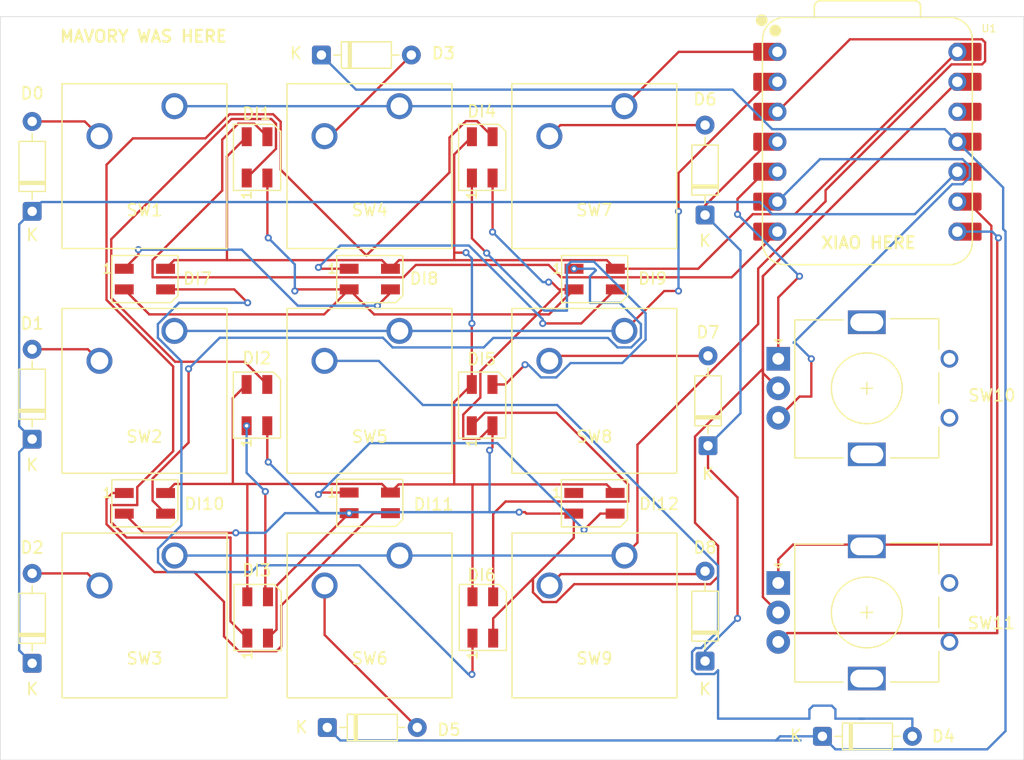
<source format=kicad_pcb>
(kicad_pcb (version 20241229) (generator "pcbnew") (generator_version "9.0")
  (layers (0 "F.Cu" signal) (2 "B.Cu" signal) (13 "F.Paste" user) (15 "B.Paste" user) (5 "F.SilkS" user "F.Silkscreen") (7 "B.SilkS" user "B.Silkscreen") (1 "F.Mask" user) (3 "B.Mask" user) (25 "Edge.Cuts" user))
  (net 0 "")
  (net 1 "Net-(D1-A)")
  (net 2 "SL2")
  (net 3 "Net-(D2-A)")
  (net 4 "Net-(D3-A)")
  (net 5 "Net-(D4-A)")
  (net 6 "+5V")
  (net 7 "Net-(D6-A)")
  (net 8 "Net-(D7-A)")
  (net 9 "Net-(D8-A)")
  (net 10 "SL1")
  (net 11 "led1")
  (net 12 "RA1")
  (net 13 "RA2")
  (net 14 "RA3")
  (net 15 "PIN B1")
  (net 16 "PIN A1")
  (net 17 "PIN A2")
  (net 18 "PIN B2")
  (net 19 "GND")
  (net 22 "Net-(D0-A)")
  (net 23 "Net-(D5-A)")
  (net 24 "SL3")
  (net 25 "Net-(DI1-DOUT)")
  (net 26 "Net-(DI2-DOUT)")
  (net 27 "Net-(DI3-DOUT)")
  (net 28 "Net-(DI4-DOUT)")
  (net 29 "Net-(DI5-DOUT)")
  (net 30 "Net-(DI6-DOUT)")
  (net 31 "Net-(DI7-DOUT)")
  (net 32 "Net-(DI8-DOUT)")
  (net 33 "Net-(DI10-DIN)")
  (net 34 "Net-(DI10-DOUT)")
  (net 35 "Net-(DI11-DOUT)")
  (footprint "Button_Switch_Keyboard:SW_Cherry_MX_1.00u_PCB" (layer "F.Cu") (at 107.05 64.585)
    (property "Reference" "SW1")
    (property "Value" "SW_Push" (hide yes))
  )
  (footprint "Button_Switch_Keyboard:SW_Cherry_MX_1.00u_PCB" (layer "F.Cu") (at 126.112 83.6345)
    (property "Reference" "SW5")
    (property "Value" "SW_Push" (hide yes))
  )
  (footprint "Diode_THT:D_DO-35_SOD27_P7.62mm_Horizontal" (layer "F.Cu") (at 152 111.62 90)
    (property "Reference" "D8")
    (property "Value" "1N4148" (hide yes))
  )
  (footprint "Rotary_Encoder:RotaryEncoder_Alps_EC11E_Vertical_H20mm" (layer "F.Cu") (at 158.2 86)
    (property "Reference" "SW10")
    (property "Value" "RotaryEncoder")
  )
  (footprint "Diode_THT:D_DO-35_SOD27_P7.62mm_Horizontal" (layer "F.Cu") (at 161.94 118)
    (property "Reference" "D4")
    (property "Value" "1N4148" (hide yes))
  )
  (footprint "LED_SMD:LED_SK6812MINI_PLCC4_3.5x3.5mm_P1.75mm" (layer "F.Cu") (at 104.55 79.24)
    (property "Reference" "DI7")
    (property "Value" "SK6812MINI" (hide yes))
  )
  (footprint "Button_Switch_Keyboard:SW_Cherry_MX_1.00u_PCB" (layer "F.Cu") (at 145.161 64.5845)
    (property "Reference" "SW7")
    (property "Value" "SW_Push" (hide yes))
  )
  (footprint "LED_SMD:LED_SK6812MINI_PLCC4_3.5x3.5mm_P1.75mm" (layer "F.Cu") (at 133.115 89.925 90)
    (property "Reference" "DI5")
    (property "Value" "SK6812MINI" (hide yes))
  )
  (footprint "Button_Switch_Keyboard:SW_Cherry_MX_1.00u_PCB" (layer "F.Cu") (at 107.051 83.6345)
    (property "Reference" "SW2")
    (property "Value" "SW_Push" (hide yes))
  )
  (footprint "LED_SMD:LED_SK6812MINI_PLCC4_3.5x3.5mm_P1.75mm" (layer "F.Cu") (at 123.6 79.24)
    (property "Reference" "DI8")
    (property "Value" "SK6812MINI" (hide yes))
  )
  (footprint "Diode_THT:D_DO-35_SOD27_P7.62mm_Horizontal" (layer "F.Cu") (at 120 117.25)
    (property "Reference" "D5")
    (property "Value" "1N4148" (hide yes))
  )
  (footprint "LED_SMD:LED_SK6812MINI_PLCC4_3.5x3.5mm_P1.75mm" (layer "F.Cu") (at 123.6 98.21)
    (property "Reference" "DI11")
    (property "Value" "SK6812MINI" (hide yes))
  )
  (footprint "Diode_THT:D_DO-35_SOD27_P7.62mm_Horizontal" (layer "F.Cu") (at 95 92.81 90)
    (property "Reference" "D1")
    (property "Value" "1N4148" (hide yes))
  )
  (footprint "LED_SMD:LED_SK6812MINI_PLCC4_3.5x3.5mm_P1.75mm" (layer "F.Cu") (at 114.04 89.925 90)
    (property "Reference" "DI2")
    (property "Value" "SK6812MINI" (hide yes))
  )
  (footprint "Rotary_Encoder:RotaryEncoder_Alps_EC11E_Vertical_H20mm" (layer "F.Cu") (at 158.2 105)
    (property "Reference" "SW11")
    (property "Value" "RotaryEncoder")
  )
  (footprint "LED_SMD:LED_SK6812MINI_PLCC4_3.5x3.5mm_P1.75mm" (layer "F.Cu") (at 142.63 98.245)
    (property "Reference" "DI12")
    (property "Value" "SK6812MINI" (hide yes))
  )
  (footprint "Button_Switch_Keyboard:SW_Cherry_MX_1.00u_PCB" (layer "F.Cu") (at 145.172 102.674)
    (property "Reference" "SW9")
    (property "Value" "SW_Push" (hide yes))
  )
  (footprint "Diode_THT:D_DO-35_SOD27_P7.62mm_Horizontal" (layer "F.Cu") (at 152.25 93.37 90)
    (property "Reference" "D7")
    (property "Value" "1N4148" (hide yes))
  )
  (footprint "Diode_THT:D_DO-35_SOD27_P7.62mm_Horizontal" (layer "F.Cu") (at 95 73.5 90)
    (property "Reference" "D0")
    (property "Value" "1N4148" (hide yes))
  )
  (footprint "Diode_THT:D_DO-35_SOD27_P7.62mm_Horizontal" (layer "F.Cu") (at 119.5 60.25)
    (property "Reference" "D3")
    (property "Value" "1N4148" (hide yes))
  )
  (footprint "sdfgfgdfgfd:XIAO-RP2040-DIP" (layer "F.Cu") (at 165.75 67.6)
    (property "Reference" "U1")
    (property "Value" "XIAO-RP2040-DIP")
  )
  (footprint "LED_SMD:LED_SK6812MINI_PLCC4_3.5x3.5mm_P1.75mm" (layer "F.Cu") (at 114.05 68.925 90)
    (property "Reference" "DI1")
    (property "Value" "SK6812MINI" (hide yes))
  )
  (footprint "LED_SMD:LED_SK6812MINI_PLCC4_3.5x3.5mm_P1.75mm" (layer "F.Cu") (at 133.125 68.925 90)
    (property "Reference" "DI4")
    (property "Value" "SK6812MINI" (hide yes))
  )
  (footprint "LED_SMD:LED_SK6812MINI_PLCC4_3.5x3.5mm_P1.75mm" (layer "F.Cu") (at 104.55 98.25)
    (property "Reference" "DI10")
    (property "Value" "SK6812MINI" (hide yes))
  )
  (footprint "Button_Switch_Keyboard:SW_Cherry_MX_1.00u_PCB" (layer "F.Cu") (at 145.162 83.634)
    (property "Reference" "SW8")
    (property "Value" "SW_Push" (hide yes))
  )
  (footprint "LED_SMD:LED_SK6812MINI_PLCC4_3.5x3.5mm_P1.75mm" (layer "F.Cu") (at 114.1 107.925 90)
    (property "Reference" "DI3")
    (property "Value" "SK6812MINI" (hide yes))
  )
  (footprint "Diode_THT:D_DO-35_SOD27_P7.62mm_Horizontal" (layer "F.Cu") (at 95 111.81 90)
    (property "Reference" "D2")
    (property "Value" "1N4148" (hide yes))
  )
  (footprint "Button_Switch_Keyboard:SW_Cherry_MX_1.00u_PCB" (layer "F.Cu") (at 126.122 102.6745)
    (property "Reference" "SW6")
    (property "Value" "SW_Push" (hide yes))
  )
  (footprint "LED_SMD:LED_SK6812MINI_PLCC4_3.5x3.5mm_P1.75mm" (layer "F.Cu") (at 142.65 79.24)
    (property "Reference" "DI9")
    (property "Value" "SK6812MINI" (hide yes))
  )
  (footprint "Diode_THT:D_DO-35_SOD27_P7.62mm_Horizontal" (layer "F.Cu") (at 152 73.81 90)
    (property "Reference" "D6")
    (property "Value" "1N4148" (hide yes))
  )
  (footprint "LED_SMD:LED_SK6812MINI_PLCC4_3.5x3.5mm_P1.75mm" (layer "F.Cu") (at 133.175 107.925 90)
    (property "Reference" "DI6")
    (property "Value" "SK6812MINI" (hide yes))
  )
  (footprint "Button_Switch_Keyboard:SW_Cherry_MX_1.00u_PCB" (layer "F.Cu") (at 107.061 102.6745)
    (property "Reference" "SW3")
    (property "Value" "SW_Push" (hide yes))
  )
  (footprint "Button_Switch_Keyboard:SW_Cherry_MX_1.00u_PCB" (layer "F.Cu") (at 126.111 64.585)
    (property "Reference" "SW4")
    (property "Value" "SW_Push" (hide yes))
  )
  (gr_rect (start 92.3 57) (end 179 120) (stroke (width 0.05)) (fill no) (layer "Edge.Cuts"))
  (gr_text "MAVORY WAS HERE" (at 97.25 59.25 0) (layer "F.SilkS") (effects (font (size 1 1) (thickness 0.2) (bold yes)) (justify left bottom)))
  (gr_text "XIAO HERE" (at 161.75 76.75 0) (layer "F.SilkS") (effects (font (size 1 1) (thickness 0.2) (bold yes)) (justify left bottom)))
  (segment (start 99.7165 85.19) (end 100.701 86.1745) (width 0.2) (layer "F.Cu") (net 1))
  (segment (start 95 85.19) (end 99.7165 85.19) (width 0.2) (layer "F.Cu") (net 1))
  (segment (start 93.899 74.601) (end 95 73.5) (width 0.2) (layer "B.Cu") (net 2))
  (segment (start 169.767 73.743) (end 173.37 70.14) (width 0.2) (layer "B.Cu") (net 2))
  (segment (start 95 111.81) (end 93.899 110.709) (width 0.2) (layer "B.Cu") (net 2))
  (segment (start 93.899 91.709) (end 93.899 74.601) (width 0.2) (layer "B.Cu") (net 2))
  (segment (start 93.899 93.911) (end 95 92.81) (width 0.2) (layer "B.Cu") (net 2))
  (segment (start 95 92.81) (end 93.899 91.709) (width 0.2) (layer "B.Cu") (net 2))
  (segment (start 156.65569 72.709) (end 157.68969 73.743) (width 0.2) (layer "B.Cu") (net 2))
  (segment (start 95 73.5) (end 95.791 72.709) (width 0.2) (layer "B.Cu") (net 2))
  (segment (start 93.899 110.709) (end 93.899 93.911) (width 0.2) (layer "B.Cu") (net 2))
  (segment (start 95.791 72.709) (end 156.65569 72.709) (width 0.2) (layer "B.Cu") (net 2))
  (segment (start 157.68969 73.743) (end 169.767 73.743) (width 0.2) (layer "B.Cu") (net 2))
  (segment (start 95 104.19) (end 99.6865 104.19) (width 0.2) (layer "F.Cu") (net 3))
  (segment (start 99.6865 104.19) (end 100.711 105.2145) (width 0.2) (layer "F.Cu") (net 3))
  (segment (start 120.245 67.125) (end 119.761 67.125) (width 0.2) (layer "F.Cu") (net 4))
  (segment (start 127.12 60.25) (end 120.245 67.125) (width 0.2) (layer "F.Cu") (net 4))
  (segment (start 150.899 110.83484) (end 151.21484 110.519) (width 0.2) (layer "B.Cu") (net 5))
  (segment (start 162.72516 115.399) (end 161.15484 115.399) (width 0.2) (layer "B.Cu") (net 5))
  (segment (start 165.25 116.5) (end 163.041 116.5) (width 0.2) (layer "B.Cu") (net 5))
  (segment (start 151.21484 112.721) (end 150.899 112.40516) (width 0.2) (layer "B.Cu") (net 5))
  (segment (start 169.56 116.5) (end 169.56 118) (width 0.2) (layer "B.Cu") (net 5))
  (segment (start 161.15484 115.399) (end 160.839 115.71484) (width 0.2) (layer "B.Cu") (net 5))
  (segment (start 139.47255 89.9155) (end 128.097816 89.9155) (width 0.2) (layer "B.Cu") (net 5))
  (segment (start 124.356816 86.1745) (end 119.762 86.1745) (width 0.2) (layer "B.Cu") (net 5))
  (segment (start 163.041 115.71484) (end 162.72516 115.399) (width 0.2) (layer "B.Cu") (net 5))
  (segment (start 165.25 116.5) (end 165.5 116.5) (width 0.2) (layer "B.Cu") (net 5))
  (segment (start 153.101 112.40516) (end 152.78516 112.721) (width 0.2) (layer "B.Cu") (net 5))
  (segment (start 163.041 116.5) (end 163.041 115.71484) (width 0.2) (layer "B.Cu") (net 5))
  (segment (start 153.101 109.0819) (end 153.101 103.54395) (width 0.2) (layer "B.Cu") (net 5))
  (segment (start 128.097816 89.9155) (end 124.356816 86.1745) (width 0.2) (layer "B.Cu") (net 5))
  (segment (start 169.56 116.5) (end 165.25 116.5) (width 0.2) (layer "B.Cu") (net 5))
  (segment (start 160.839 115.71484) (end 160.839 116.5) (width 0.2) (layer "B.Cu") (net 5))
  (segment (start 151.6639 110.519) (end 153.101 109.0819) (width 0.2) (layer "B.Cu") (net 5))
  (segment (start 150.899 112.40516) (end 150.899 110.83484) (width 0.2) (layer "B.Cu") (net 5))
  (segment (start 151.21484 110.519) (end 151.6639 110.519) (width 0.2) (layer "B.Cu") (net 5))
  (segment (start 165.25 116.5) (end 165 116.5) (width 0.2) (layer "B.Cu") (net 5))
  (segment (start 153.101 116.5) (end 153.101 112.40516) (width 0.2) (layer "B.Cu") (net 5))
  (segment (start 153.101 103.54395) (end 139.47255 89.9155) (width 0.2) (layer "B.Cu") (net 5))
  (segment (start 152.78516 112.721) (end 151.21484 112.721) (width 0.2) (layer "B.Cu") (net 5))
  (segment (start 160.839 116.5) (end 153.101 116.5) (width 0.2) (layer "B.Cu") (net 5))
  (segment (start 113.175 67.175) (end 111.5 68.85) (width 0.2) (layer "F.Cu") (net 6))
  (segment (start 125.35 78.365) (end 126.076 77.639) (width 0.2) (layer "F.Cu") (net 6))
  (segment (start 131.75 77) (end 130.75 77) (width 0.2) (layer "F.Cu") (net 6))
  (segment (start 132.25 96.644) (end 143.654 96.644) (width 0.2) (layer "F.Cu") (net 6))
  (segment (start 126.076 77.639) (end 130.75 77.639) (width 0.2) (layer "F.Cu") (net 6))
  (segment (start 132.3 96.694) (end 132.25 96.644) (width 0.2) (layer "F.Cu") (net 6))
  (segment (start 113.225 106.175) (end 113.225 96.634) (width 0.2) (layer "F.Cu") (net 6))
  (segment (start 130.75 89.665) (end 130.75 96.644) (width 0.2) (layer "F.Cu") (net 6))
  (segment (start 130.75 68.675) (end 130.75 77) (width 0.2) (layer "F.Cu") (net 6))
  (segment (start 159.607 73.743) (end 173.37 59.98) (width 0.2) (layer "F.Cu") (net 6))
  (segment (start 106.3 97.375) (end 107.066 96.609) (width 0.2) (layer "F.Cu") (net 6))
  (segment (start 112 89.34) (end 112 96.609) (width 0.2) (layer "F.Cu") (net 6))
  (segment (start 125.35 97.335) (end 126.041 96.644) (width 0.2) (layer "F.Cu") (net 6))
  (segment (start 143.674 77.639) (end 144.4 78.365) (width 0.2) (layer "F.Cu") (net 6))
  (segment (start 111.5 77.639) (end 124.624 77.639) (width 0.2) (layer "F.Cu") (net 6))
  (segment (start 113.225 96.634) (end 113.25 96.609) (width 0.2) (layer "F.Cu") (net 6))
  (segment (start 132.3 106.175) (end 132.3 96.694) (width 0.2) (layer "F.Cu") (net 6))
  (segment (start 132.24 83.01) (end 132.25 83) (width 0.2) (layer "F.Cu") (net 6))
  (segment (start 156.039374 73.743) (end 159.607 73.743) (width 0.2) (layer "F.Cu") (net 6))
  (segment (start 132.24 88.175) (end 132.24 83.01) (width 0.2) (layer "F.Cu") (net 6))
  (segment (start 124.624 96.609) (end 125.35 97.335) (width 0.2) (layer "F.Cu") (net 6))
  (segment (start 113.25 96.609) (end 124.624 96.609) (width 0.2) (layer "F.Cu") (net 6))
  (segment (start 144.4 78.365) (end 151.417374 78.365) (width 0.2) (layer "F.Cu") (net 6))
  (segment (start 130.75 96.644) (end 132.25 96.644) (width 0.2) (layer "F.Cu") (net 6))
  (segment (start 124.624 77.639) (end 125.35 78.365) (width 0.2) (layer "F.Cu") (net 6))
  (segment (start 107.066 96.609) (end 112 96.609) (width 0.2) (layer "F.Cu") (net 6))
  (segment (start 130.75 77.639) (end 143.674 77.639) (width 0.2) (layer "F.Cu") (net 6))
  (segment (start 106.3 78.365) (end 107.026 77.639) (width 0.2) (layer "F.Cu") (net 6))
  (segment (start 151.417374 78.365) (end 156.039374 73.743) (width 0.2) (layer "F.Cu") (net 6))
  (segment (start 143.654 96.644) (end 144.38 97.37) (width 0.2) (layer "F.Cu") (net 6))
  (segment (start 112 96.609) (end 113.25 96.609) (width 0.2) (layer "F.Cu") (net 6))
  (segment (start 111.5 68.85) (end 111.5 77.639) (width 0.2) (layer "F.Cu") (net 6))
  (segment (start 132.24 88.175) (end 130.75 89.665) (width 0.2) (layer "F.Cu") (net 6))
  (segment (start 113.165 88.175) (end 112 89.34) (width 0.2) (layer "F.Cu") (net 6))
  (segment (start 107.026 77.639) (end 111.5 77.639) (width 0.2) (layer "F.Cu") (net 6))
  (segment (start 132.25 67.175) (end 130.75 68.675) (width 0.2) (layer "F.Cu") (net 6))
  (segment (start 130.75 77) (end 130.75 77.639) (width 0.2) (layer "F.Cu") (net 6))
  (segment (start 126.041 96.644) (end 130.75 96.644) (width 0.2) (layer "F.Cu") (net 6))
  (via (at 132.25 83) (size 0.6) (drill 0.3) (layers "F.Cu" "B.Cu") (net 6))
  (via (at 131.75 77) (size 0.6) (drill 0.3) (layers "F.Cu" "B.Cu") (net 6))
  (segment (start 132.25 83) (end 132.25 77.5) (width 0.2) (layer "B.Cu") (net 6))
  (segment (start 132.25 77.5) (end 131.75 77) (width 0.2) (layer "B.Cu") (net 6))
  (segment (start 139.7455 66.19) (end 138.811 67.1245) (width 0.2) (layer "F.Cu") (net 7))
  (segment (start 152 66.19) (end 139.7455 66.19) (width 0.2) (layer "F.Cu") (net 7))
  (segment (start 152.25 85.75) (end 139.236 85.75) (width 0.2) (layer "F.Cu") (net 8))
  (segment (start 138.812 86.174) (end 139.486 85.5) (width 0.2) (layer "F.Cu") (net 8))
  (segment (start 139.236 85.75) (end 138.812 86.174) (width 0.2) (layer "F.Cu") (net 8))
  (segment (start 151.75 104.25) (end 139.786 104.25) (width 0.2) (layer "F.Cu") (net 9))
  (segment (start 139.786 104.25) (end 138.822 105.214) (width 0.2) (layer "F.Cu") (net 9))
  (segment (start 152 104) (end 151.75 104.25) (width 0.2) (layer "F.Cu") (net 9))
  (segment (start 119.5 60.25) (end 122.4335 63.1835) (width 0.2) (layer "B.Cu") (net 10))
  (segment (start 154.33619 63.1835) (end 157.68969 66.537) (width 0.2) (layer "B.Cu") (net 10))
  (segment (start 173.37 67.6) (end 177.25 71.48) (width 0.2) (layer "B.Cu") (net 10))
  (segment (start 158 118.351) (end 160.089 118.351) (width 0.2) (layer "B.Cu") (net 10))
  (segment (start 177.25 71.48) (end 177.25 75) (width 0.2) (layer "B.Cu") (net 10))
  (segment (start 157.68969 66.537) (end 172.307 66.537) (width 0.2) (layer "B.Cu") (net 10))
  (segment (start 175.899 119.101) (end 163.041 119.101) (width 0.2) (layer "B.Cu") (net 10))
  (segment (start 172.307 66.537) (end 173.37 67.6) (width 0.2) (layer "B.Cu") (net 10))
  (segment (start 121.101 118.351) (end 158 118.351) (width 0.2) (layer "B.Cu") (net 10))
  (segment (start 177.451 75.201) (end 177.451 117.549) (width 0.2) (layer "B.Cu") (net 10))
  (segment (start 122.4335 63.1835) (end 154.33619 63.1835) (width 0.2) (layer "B.Cu") (net 10))
  (segment (start 158.351 118) (end 161.94 118) (width 0.2) (layer "B.Cu") (net 10))
  (segment (start 120 117.25) (end 121.101 118.351) (width 0.2) (layer "B.Cu") (net 10))
  (segment (start 163.041 119.101) (end 161.94 118) (width 0.2) (layer "B.Cu") (net 10))
  (segment (start 158 118.351) (end 158.351 118) (width 0.2) (layer "B.Cu") (net 10))
  (segment (start 177.451 117.549) (end 175.899 119.101) (width 0.2) (layer "B.Cu") (net 10))
  (segment (start 177.25 75) (end 177.451 75.201) (width 0.2) (layer "B.Cu") (net 10))
  (segment (start 114.925 67.175) (end 113.824 66.074) (width 0.2) (layer "F.Cu") (net 11))
  (segment (start 126.451 79.091) (end 127.502 78.04) (width 0.2) (layer "F.Cu") (net 11))
  (segment (start 139.799 79.091) (end 154.259 79.091) (width 0.2) (layer "F.Cu") (net 11))
  (segment (start 154.259 79.091) (end 158.13 75.22) (width 0.2) (layer "F.Cu") (net 11))
  (segment (start 127.502 78.04) (end 138.748 78.04) (width 0.2) (layer "F.Cu") (net 11))
  (segment (start 105.199 77.639) (end 105.199 79.091) (width 0.2) (layer "F.Cu") (net 11))
  (segment (start 111.099 71.739) (end 105.199 77.639) (width 0.2) (layer "F.Cu") (net 11))
  (segment (start 113.824 66.074) (end 112.449 66.074) (width 0.2) (layer "F.Cu") (net 11))
  (segment (start 112.449 66.074) (end 111.099 67.424) (width 0.2) (layer "F.Cu") (net 11))
  (segment (start 138.748 78.04) (end 139.799 79.091) (width 0.2) (layer "F.Cu") (net 11))
  (segment (start 111.099 67.424) (end 111.099 71.739) (width 0.2) (layer "F.Cu") (net 11))
  (segment (start 105.199 79.091) (end 126.451 79.091) (width 0.2) (layer "F.Cu") (net 11))
  (segment (start 145.161 64.5845) (end 149.7655 59.98) (width 0.2) (layer "F.Cu") (net 12))
  (segment (start 149.7655 59.98) (end 158.13 59.98) (width 0.2) (layer "F.Cu") (net 12))
  (segment (start 145.1605 64.585) (end 145.161 64.5845) (width 0.2) (layer "B.Cu") (net 12))
  (segment (start 126.111 64.585) (end 145.1605 64.585) (width 0.2) (layer "B.Cu") (net 12))
  (segment (start 107.05 64.585) (end 126.111 64.585) (width 0.2) (layer "B.Cu") (net 12))
  (segment (start 149.75 73.5) (end 149.75 70.25) (width 0.2) (layer "F.Cu") (net 13))
  (segment (start 148.546 80.25) (end 149.75 80.25) (width 0.2) (layer "F.Cu") (net 13))
  (segment (start 145.162 83.634) (end 148.546 80.25) (width 0.2) (layer "F.Cu") (net 13))
  (segment (start 157.48 62.52) (end 158.13 62.52) (width 0.2) (layer "F.Cu") (net 13))
  (segment (start 149.75 70.25) (end 157.48 62.52) (width 0.2) (layer "F.Cu") (net 13))
  (via (at 149.75 80.25) (size 0.6) (drill 0.3) (layers "F.Cu" "B.Cu") (net 13))
  (via (at 149.75 73.5) (size 0.6) (drill 0.3) (layers "F.Cu" "B.Cu") (net 13))
  (segment (start 149.75 80.25) (end 149.75 73.5) (width 0.2) (layer "B.Cu") (net 13))
  (segment (start 145.162 83.634) (end 126.1125 83.634) (width 0.2) (layer "B.Cu") (net 13))
  (segment (start 107.051 83.6345) (end 126.112 83.6345) (width 0.2) (layer "B.Cu") (net 13))
  (segment (start 126.1125 83.634) (end 126.112 83.6345) (width 0.2) (layer "B.Cu") (net 13))
  (segment (start 175.460626 58.917) (end 164.273 58.917) (width 0.2) (layer "F.Cu") (net 14))
  (segment (start 146.271999 93.285051) (end 156.498 83.05905) (width 0.2) (layer "F.Cu") (net 14))
  (segment (start 145.172 102.674) (end 146.271999 101.574001) (width 0.2) (layer "F.Cu") (net 14))
  (segment (start 162.20855 72.64476) (end 162.20855 71.70855) (width 0.2) (layer "F.Cu") (net 14))
  (segment (start 156.498 83.05905) (end 156.498 78.35531) (width 0.2) (layer "F.Cu") (net 14))
  (segment (start 156.498 78.35531) (end 162.20855 72.64476) (width 0.2) (layer "F.Cu") (net 14))
  (segment (start 175.722 59.178374) (end 175.460626 58.917) (width 0.2) (layer "F.Cu") (net 14))
  (segment (start 172.8741 61.043) (end 175.460626 61.043) (width 0.2) (layer "F.Cu") (net 14))
  (segment (start 164.273 58.917) (end 158.13 65.06) (width 0.2) (layer "F.Cu") (net 14))
  (segment (start 175.722 60.781626) (end 175.722 59.178374) (width 0.2) (layer "F.Cu") (net 14))
  (segment (start 175.460626 61.043) (end 175.722 60.781626) (width 0.2) (layer "F.Cu") (net 14))
  (segment (start 146.271999 101.574001) (end 146.271999 93.285051) (width 0.2) (layer "F.Cu") (net 14))
  (segment (start 162.20855 71.70855) (end 172.8741 61.043) (width 0.2) (layer "F.Cu") (net 14))
  (segment (start 145.1715 102.6745) (end 145.172 102.674) (width 0.2) (layer "B.Cu") (net 14))
  (segment (start 107.061 102.6745) (end 145.1715 102.6745) (width 0.2) (layer "B.Cu") (net 14))
  (segment (start 161 89.2) (end 160 89.2) (width 0.2) (layer "F.Cu") (net 15))
  (segment (start 161 89.2) (end 161 86) (width 0.2) (layer "F.Cu") (net 15))
  (segment (start 160 89.2) (end 158.2 91) (width 0.2) (layer "F.Cu") (net 15))
  (via (at 161 86) (size 0.6) (drill 0.3) (layers "F.Cu" "B.Cu") (net 15))
  (segment (start 159.63269 84.63269) (end 159.5 84.63269) (width 0.2) (layer "B.Cu") (net 15))
  (segment (start 173.81031 71.203) (end 174.433 70.58031) (width 0.2) (layer "B.Cu") (net 15))
  (segment (start 172.92969 71.203) (end 173.81031 71.203) (width 0.2) (layer "B.Cu") (net 15))
  (segment (start 173.81031 69.077) (end 161.733 69.077) (width 0.2) (layer "B.Cu") (net 15))
  (segment (start 174.433 69.69969) (end 173.81031 69.077) (width 0.2) (layer "B.Cu") (net 15))
  (segment (start 161.733 69.077) (end 158.13 72.68) (width 0.2) (layer "B.Cu") (net 15))
  (segment (start 161 86) (end 159.63269 84.63269) (width 0.2) (layer "B.Cu") (net 15))
  (segment (start 159.5 84.63269) (end 172.92969 71.203) (width 0.2) (layer "B.Cu") (net 15))
  (segment (start 174.433 70.58031) (end 174.433 69.69969) (width 0.2) (layer "B.Cu") (net 15))
  (segment (start 160 79) (end 158.2 80.8) (width 0.2) (layer "F.Cu") (net 16))
  (segment (start 154.75 73.75) (end 154.75 72.44237) (width 0.2) (layer "F.Cu") (net 16))
  (segment (start 154.75 72.44237) (end 157.05237 70.14) (width 0.2) (layer "F.Cu") (net 16))
  (segment (start 157.05237 70.14) (end 158.13 70.14) (width 0.2) (layer "F.Cu") (net 16))
  (segment (start 158.2 80.8) (end 158.2 86) (width 0.2) (layer "F.Cu") (net 16))
  (via (at 160 79) (size 0.6) (drill 0.3) (layers "F.Cu" "B.Cu") (net 16))
  (via (at 154.75 73.75) (size 0.6) (drill 0.3) (layers "F.Cu" "B.Cu") (net 16))
  (segment (start 160 79) (end 154.75 73.75) (width 0.2) (layer "B.Cu") (net 16))
  (segment (start 158.2 103) (end 158.2 105) (width 0.2) (layer "F.Cu") (net 17))
  (segment (start 176.25 101.75) (end 176.25 74.725) (width 0.2) (layer "F.Cu") (net 17))
  (segment (start 159.45 101.75) (end 158.2 103) (width 0.2) (layer "F.Cu") (net 17))
  (segment (start 176.25 74.725) (end 174.205 72.68) (width 0.2) (layer "F.Cu") (net 17))
  (segment (start 159.45 101.75) (end 176.25 101.75) (width 0.2) (layer "F.Cu") (net 17))
  (segment (start 176.75 75.85) (end 176.75 109.25) (width 0.2) (layer "F.Cu") (net 18))
  (segment (start 176.85 75.75) (end 176.75 75.85) (width 0.2) (layer "F.Cu") (net 18))
  (segment (start 158.95 109.25) (end 158.2 110) (width 0.2) (layer "F.Cu") (net 18))
  (segment (start 176.75 109.25) (end 158.95 109.25) (width 0.2) (layer "F.Cu") (net 18))
  (via (at 176.85 75.75) (size 0.6) (drill 0.3) (layers "F.Cu" "B.Cu") (net 18))
  (segment (start 176.32 75.22) (end 173.37 75.22) (width 0.2) (layer "B.Cu") (net 18))
  (segment (start 176.85 75.75) (end 176.32 75.22) (width 0.2) (layer "B.Cu") (net 18))
  (segment (start 132.966 87.049) (end 139.9 80.115) (width 0.2) (layer "F.Cu") (net 19))
  (segment (start 134.05 108.004686) (end 137.421 104.633686) (width 0.2) (layer "F.Cu") (net 19))
  (segment (start 137.421 105.794314) (end 137.421 104.633686) (width 0.2) (layer "F.Cu") (net 19))
  (segment (start 137.421 104.633686) (end 140.88 101.174686) (width 0.2) (layer "F.Cu") (net 19))
  (segment (start 153.101 101.851) (end 153.101 104.45605) (width 0.2) (layer "F.Cu") (net 19))
  (segment (start 115.701 105.234) (end 121.85 99.085) (width 0.2) (layer "F.Cu") (net 19))
  (segment (start 136.87 99.12) (end 140.88 99.12) (width 0.2) (layer "F.Cu") (net 19))
  (segment (start 138.241686 106.615) (end 137.421 105.794314) (width 0.2) (layer "F.Cu") (net 19))
  (segment (start 153.101 104.45605) (end 152.45605 105.101) (width 0.2) (layer "F.Cu") (net 19))
  (segment (start 104.425 100.75) (end 112.25 100.75) (width 0.2) (layer "F.Cu") (net 19))
  (segment (start 123.9685 82.2335) (end 138.7815 82.2335) (width 0.2) (layer "F.Cu") (net 19))
  (segment (start 114.915 94.665) (end 114.915 91.675) (width 0.2) (layer "F.Cu") (net 19))
  (segment (start 115.701 108.949) (end 115.701 105.234) (width 0.2) (layer "F.Cu") (net 19))
  (segment (start 114.925 70.675) (end 114.925 75.675) (width 0.2) (layer "F.Cu") (net 19))
  (segment (start 114.925 75.675) (end 115 75.75) (width 0.2) (layer "F.Cu") (net 19))
  (segment (start 136.75 99) (end 136.87 99.12) (width 0.2) (layer "F.Cu") (net 19))
  (segment (start 156.899 86.83484) (end 151.149 92.58484) (width 0.2) (layer "F.Cu") (net 19))
  (segment (start 136.25 99) (end 136.75 99) (width 0.2) (layer "F.Cu") (net 19))
  (segment (start 133.99 93.51) (end 133.99 91.675) (width 0.2) (layer "F.Cu") (net 19))
  (segment (start 156.899 106.199) (end 158.2 107.5) (width 0.2) (layer "F.Cu") (net 19))
  (segment (start 114.975 109.675) (end 115.701 108.949) (width 0.2) (layer "F.Cu") (net 19))
  (segment (start 132.966 89.276) (end 132.966 87.049) (width 0.2) (layer "F.Cu") (net 19))
  (segment (start 156.899 87.199) (end 158.2 88.5) (width 0.2) (layer "F.Cu") (net 19))
  (segment (start 156.899 90.499) (end 156.899 106.199) (width 0.2) (layer "F.Cu") (net 19))
  (segment (start 133.75 93.75) (end 133.99 93.51) (width 0.2) (layer "F.Cu") (net 19))
  (segment (start 156.899 78.991) (end 156.899 86.83484) (width 0.2) (layer "F.Cu") (net 19))
  (segment (start 117.385 80.115) (end 121.85 80.115) (width 0.2) (layer "F.Cu") (net 19))
  (segment (start 104.9185 82.2335) (end 119.7315 82.2335) (width 0.2) (layer "F.Cu") (net 19))
  (segment (start 139.615 80.115) (end 140.9 80.115) (width 0.2) (layer "F.Cu") (net 19))
  (segment (start 156.899 86.83484) (end 156.899 87.199) (width 0.2) (layer "F.Cu") (net 19))
  (segment (start 139.402314 106.615) (end 138.241686 106.615) (width 0.2) (layer "F.Cu") (net 19))
  (segment (start 121.85 80.115) (end 123.9685 82.2335) (width 0.2) (layer "F.Cu") (net 19))
  (segment (start 131.514 90.728) (end 132.966 89.276) (width 0.2) (layer "F.Cu") (net 19))
  (segment (start 151.149 92.58484) (end 151.149 99.899) (width 0.2) (layer "F.Cu") (net 19))
  (segment (start 102.8 99.125) (end 104.425 100.75) (width 0.2) (layer "F.Cu") (net 19))
  (segment (start 132.889 92.776) (end 131.514 92.776) (width 0.2) (layer "F.Cu") (net 19))
  (segment (start 117.25 80.25) (end 117.385 80.115) (width 0.2) (layer "F.Cu") (net 19))
  (segment (start 134 70.675) (end 134 75.25) (width 0.2) (layer "F.Cu") (net 19))
  (segment (start 115 94.75) (end 114.915 94.665) (width 0.2) (layer "F.Cu") (net 19))
  (segment (start 152.45605 105.101) (end 140.916314 105.101) (width 0.2) (layer "F.Cu") (net 19))
  (segment (start 140.88 101.174686) (end 140.88 99.12) (width 0.2) (layer "F.Cu") (net 19))
  (segment (start 156.899 90.499) (end 156.899 78.991) (width 0.2) (layer "F.Cu") (net 19))
  (segment (start 131.514 92.776) (end 131.514 90.728) (width 0.2) (layer "F.Cu") (net 19))
  (segment (start 139.9 80.115) (end 140.9 80.115) (width 0.2) (layer "F.Cu") (net 19))
  (segment (start 119.7315 82.2335) (end 121.85 80.115) (width 0.2) (layer "F.Cu") (net 19))
  (segment (start 133.99 91.675) (end 132.889 92.776) (width 0.2) (layer "F.Cu") (net 19))
  (segment (start 134.05 109.675) (end 134.05 108.004686) (width 0.2) (layer "F.Cu") (net 19))
  (segment (start 151.149 99.899) (end 153.101 101.851) (width 0.2) (layer "F.Cu") (net 19))
  (segment (start 102.8 80.115) (end 104.9185 82.2335) (width 0.2) (layer "F.Cu") (net 19))
  (segment (start 139 79.5) (end 139.615 80.115) (width 0.2) (layer "F.Cu") (net 19))
  (segment (start 156.899 78.991) (end 173.37 62.52) (width 0.2) (layer "F.Cu") (net 19))
  (segment (start 138.7815 82.2335) (end 140.9 80.115) (width 0.2) (layer "F.Cu") (net 19))
  (segment (start 138.75 79.5) (end 139 79.5) (width 0.2) (layer "F.Cu") (net 19))
  (segment (start 140.916314 105.101) (end 139.402314 106.615) (width 0.2) (layer "F.Cu") (net 19))
  (via (at 112.25 100.75) (size 0.6) (drill 0.3) (layers "F.Cu" "B.Cu") (net 19))
  (via (at 134 75.25) (size 0.6) (drill 0.3) (layers "F.Cu" "B.Cu") (net 19))
  (via (at 133.75 93.75) (size 0.6) (drill 0.3) (layers "F.Cu" "B.Cu") (net 19))
  (via (at 136.25 99) (size 0.6) (drill 0.3) (layers "F.Cu" "B.Cu") (net 19))
  (via (at 115 94.75) (size 0.6) (drill 0.3) (layers "F.Cu" "B.Cu") (net 19))
  (via (at 117.25 80.25) (size 0.6) (drill 0.3) (layers "F.Cu" "B.Cu") (net 19))
  (via (at 121.85 99.085) (size 0.6) (drill 0.3) (layers "F.Cu" "B.Cu") (net 19))
  (via (at 115 75.75) (size 0.6) (drill 0.3) (layers "F.Cu" "B.Cu") (net 19))
  (via (at 138.75 79.5) (size 0.6) (drill 0.3) (layers "F.Cu" "B.Cu") (net 19))
  (segment (start 133.75 99) (end 136.25 99) (width 0.2) (layer "B.Cu") (net 19))
  (segment (start 121.85 99.085) (end 119.335 99.085) (width 0.2) (layer "B.Cu") (net 19))
  (segment (start 116.415 99.085) (end 121.85 99.085) (width 0.2) (layer "B.Cu") (net 19))
  (segment (start 112.25 100.75) (end 114.75 100.75) (width 0.2) (layer "B.Cu") (net 19))
  (segment (start 121.935 99) (end 133.75 99) (width 0.2) (layer "B.Cu") (net 19))
  (segment (start 117.25 78) (end 117.25 80.25) (width 0.2) (layer "B.Cu") (net 19))
  (segment (start 114.75 100.75) (end 116.415 99.085) (width 0.2) (layer "B.Cu") (net 19))
  (segment (start 133.75 99) (end 133.75 93.75) (width 0.2) (layer "B.Cu") (net 19))
  (segment (start 134 75.25) (end 138.25 79.5) (width 0.2) (layer "B.Cu") (net 19))
  (segment (start 119.335 99.085) (end 115 94.75) (width 0.2) (layer "B.Cu") (net 19))
  (segment (start 115 75.75) (end 117.25 78) (width 0.2) (layer "B.Cu") (net 19))
  (segment (start 138.25 79.5) (end 138.75 79.5) (width 0.2) (layer "B.Cu") (net 19))
  (segment (start 121.85 99.085) (end 121.935 99) (width 0.2) (layer "B.Cu") (net 19))
  (segment (start 99.455 65.88) (end 100.7 67.125) (width 0.2) (layer "F.Cu") (net 22))
  (segment (start 95 65.88) (end 99.455 65.88) (width 0.2) (layer "F.Cu") (net 22))
  (segment (start 119.772 109.402) (end 119.772 105.2145) (width 0.2) (layer "F.Cu") (net 23))
  (segment (start 127.62 117.25) (end 119.772 109.402) (width 0.2) (layer "F.Cu") (net 23))
  (segment (start 154.75 108) (end 154.75 97.75) (width 0.2) (layer "F.Cu") (net 24))
  (segment (start 154.75 97.75) (end 152.25 95.25) (width 0.2) (layer "F.Cu") (net 24))
  (segment (start 152.25 95.25) (end 152.25 93.37) (width 0.2) (layer "F.Cu") (net 24))
  (segment (start 152 73.01) (end 157.41 67.6) (width 0.2) (layer "F.Cu") (net 24))
  (segment (start 152 73.81) (end 152 73.01) (width 0.2) (layer "F.Cu") (net 24))
  (segment (start 157.41 67.6) (end 158.13 67.6) (width 0.2) (layer "F.Cu") (net 24))
  (via (at 154.75 108) (size 0.6) (drill 0.3) (layers "F.Cu" "B.Cu") (net 24))
  (segment (start 151.81 73.81) (end 151.75 73.75) (width 0.2) (layer "B.Cu") (net 24))
  (segment (start 155 76.81) (end 152 73.81) (width 0.2) (layer "B.Cu") (net 24))
  (segment (start 152.25 93.37) (end 155 90.62) (width 0.2) (layer "B.Cu") (net 24))
  (segment (start 155 90.62) (end 155 76.81) (width 0.2) (layer "B.Cu") (net 24))
  (segment (start 152 73.81) (end 151.81 73.81) (width 0.2) (layer "B.Cu") (net 24))
  (segment (start 152 110.75) (end 154.75 108) (width 0.2) (layer "B.Cu") (net 24))
  (segment (start 152 111.62) (end 152 110.75) (width 0.2) (layer "B.Cu") (net 24))
  (segment (start 111.88353 65.673) (end 101.699 75.85753) (width 0.2) (layer "F.Cu") (net 25))
  (segment (start 101.699 80.841) (end 107.108 86.25) (width 0.2) (layer "F.Cu") (net 25))
  (segment (start 107.108 86.25) (end 112.99 86.25) (width 0.2) (layer "F.Cu") (net 25))
  (segment (start 115.651 66.074) (end 115.25 65.673) (width 0.2) (layer "F.Cu") (net 25))
  (segment (start 115.651 68.199) (end 115.651 66.074) (width 0.2) (layer "F.Cu") (net 25))
  (segment (start 115.25 65.673) (end 111.88353 65.673) (width 0.2) (layer "F.Cu") (net 25))
  (segment (start 113.175 70.675) (end 115.651 68.199) (width 0.2) (layer "F.Cu") (net 25))
  (segment (start 101.699 75.85753) (end 101.699 80.841) (width 0.2) (layer "F.Cu") (net 25))
  (segment (start 112.99 86.25) (end 114.915 88.175) (width 0.2) (layer "F.Cu") (net 25))
  (segment (start 114.75 105.95) (end 114.75 97.25) (width 0.2) (layer "F.Cu") (net 26))
  (segment (start 114.975 106.175) (end 114.75 105.95) (width 0.2) (layer "F.Cu") (net 26))
  (via (at 113.165 91.675) (size 0.6) (drill 0.3) (layers "F.Cu" "B.Cu") (net 26))
  (via (at 114.75 97.25) (size 0.6) (drill 0.3) (layers "F.Cu" "B.Cu") (net 26))
  (segment (start 113.165 95.665) (end 113.165 91.675) (width 0.2) (layer "B.Cu") (net 26))
  (segment (start 114.75 97.25) (end 113.165 95.665) (width 0.2) (layer "B.Cu") (net 26))
  (segment (start 101.298 81.0071) (end 101.298 69.552184) (width 0.2) (layer "F.Cu") (net 27))
  (segment (start 102.999 101.151) (end 101.699 99.851) (width 0.2) (layer "F.Cu") (net 27))
  (segment (start 130.349 67.249) (end 131.745907 65.852093) (width 0.2) (layer "F.Cu") (net 27))
  (segment (start 116.052 65.9079) (end 116.052 69.975) (width 0.2) (layer "F.Cu") (net 27))
  (segment (start 106.9419 86.651) (end 101.298 81.0071) (width 0.2) (layer "F.Cu") (net 27))
  (segment (start 132.677093 65.852093) (end 134 67.175) (width 0.2) (layer "F.Cu") (net 27))
  (segment (start 101.699 99.851) (end 101.699 98.399) (width 0.2) (layer "F.Cu") (net 27))
  (segment (start 101.298 69.552184) (end 103.536184 67.314) (width 0.2) (layer "F.Cu") (net 27))
  (segment (start 115.4161 65.272) (end 116.052 65.9079) (width 0.2) (layer "F.Cu") (net 27))
  (segment (start 109.67543 67.314) (end 111.71743 65.272) (width 0.2) (layer "F.Cu") (net 27))
  (segment (start 101.699 98.399) (end 103.901 98.399) (width 0.2) (layer "F.Cu") (net 27))
  (segment (start 131.745907 65.852093) (end 132.677093 65.852093) (width 0.2) (layer "F.Cu") (net 27))
  (segment (start 106.9419 93.831) (end 106.9419 86.651) (width 0.2) (layer "F.Cu") (net 27))
  (segment (start 116.052 69.975) (end 123.315 77.238) (width 0.2) (layer "F.Cu") (net 27))
  (segment (start 103.536184 67.314) (end 109.67543 67.314) (width 0.2) (layer "F.Cu") (net 27))
  (segment (start 123.315 77.238) (end 130.349 70.204) (width 0.2) (layer "F.Cu") (net 27))
  (segment (start 103.901 96.8719) (end 106.9419 93.831) (width 0.2) (layer "F.Cu") (net 27))
  (segment (start 111.71743 65.272) (end 115.4161 65.272) (width 0.2) (layer "F.Cu") (net 27))
  (segment (start 111.801057 101.151) (end 102.999 101.151) (width 0.2) (layer "F.Cu") (net 27))
  (segment (start 103.901 98.399) (end 103.901 96.8719) (width 0.2) (layer "F.Cu") (net 27))
  (segment (start 111.801057 108.251057) (end 111.801057 101.151) (width 0.2) (layer "F.Cu") (net 27))
  (segment (start 130.349 70.204) (end 130.349 67.249) (width 0.2) (layer "F.Cu") (net 27))
  (segment (start 113.225 109.675) (end 111.801057 108.251057) (width 0.2) (layer "F.Cu") (net 27))
  (segment (start 132.25 75.789) (end 133.5 77.039) (width 0.2) (layer "F.Cu") (net 28))
  (segment (start 136.75 86.5) (end 135.075 88.175) (width 0.2) (layer "F.Cu") (net 28))
  (segment (start 135.075 88.175) (end 133.99 88.175) (width 0.2) (layer "F.Cu") (net 28))
  (segment (start 132.25 70.675) (end 132.25 75.789) (width 0.2) (layer "F.Cu") (net 28))
  (via (at 136.75 86.5) (size 0.6) (drill 0.3) (layers "F.Cu" "B.Cu") (net 28))
  (via (at 133.5 77.039) (size 0.6) (drill 0.3) (layers "F.Cu" "B.Cu") (net 28))
  (segment (start 133.5 77.039) (end 138.378 81.917) (width 0.2) (layer "B.Cu") (net 28))
  (segment (start 144.981414 86.363) (end 140.604314 86.363) (width 0.2) (layer "B.Cu") (net 28))
  (segment (start 138.378 81.917) (end 140.299 81.917) (width 0.2) (layer "B.Cu") (net 28))
  (segment (start 140.604314 86.363) (end 139.392314 87.575) (width 0.2) (layer "B.Cu") (net 28))
  (segment (start 138.10147 87.575) (end 137.02647 86.5) (width 0.2) (layer "B.Cu") (net 28))
  (segment (start 140.651057 77.764) (end 142.5811 77.764) (width 0.2) (layer "B.Cu") (net 28))
  (segment (start 139.392314 87.575) (end 138.10147 87.575) (width 0.2) (layer "B.Cu") (net 28))
  (segment (start 137.02647 86.5) (end 136.75 86.5) (width 0.2) (layer "B.Cu") (net 28))
  (segment (start 142.5811 77.764) (end 146.964 82.1469) (width 0.2) (layer "B.Cu") (net 28))
  (segment (start 140.299 81.917) (end 140.299 78.116057) (width 0.2) (layer "B.Cu") (net 28))
  (segment (start 140.299 78.116057) (end 140.651057 77.764) (width 0.2) (layer "B.Cu") (net 28))
  (segment (start 146.964 84.380414) (end 144.981414 86.363) (width 0.2) (layer "B.Cu") (net 28))
  (segment (start 146.964 82.1469) (end 146.964 84.380414) (width 0.2) (layer "B.Cu") (net 28))
  (segment (start 134.05 106.175) (end 134.05 99.147) (width 0.2) (layer "F.Cu") (net 29))
  (segment (start 145.481 98.096) (end 145.481 96.644) (width 0.2) (layer "F.Cu") (net 29))
  (segment (start 135.101 98.096) (end 145.481 98.096) (width 0.2) (layer "F.Cu") (net 29))
  (segment (start 133.341 90.574) (end 132.24 91.675) (width 0.2) (layer "F.Cu") (net 29))
  (segment (start 145.481 96.644) (end 139.411 90.574) (width 0.2) (layer "F.Cu") (net 29))
  (segment (start 139.411 90.574) (end 133.341 90.574) (width 0.2) (layer "F.Cu") (net 29))
  (segment (start 134.05 99.147) (end 135.101 98.096) (width 0.2) (layer "F.Cu") (net 29))
  (segment (start 132.25 112.75) (end 132.25 112.5) (width 0.2) (layer "F.Cu") (net 30))
  (segment (start 106.3 80.115) (end 112.115 80.115) (width 0.2) (layer "F.Cu") (net 30))
  (segment (start 132.25 112.5) (end 132.3 112.45) (width 0.2) (layer "F.Cu") (net 30))
  (segment (start 112.115 80.115) (end 113.25 81.25) (width 0.2) (layer "F.Cu") (net 30))
  (segment (start 132.3 112.45) (end 132.3 109.675) (width 0.2) (layer "F.Cu") (net 30))
  (via (at 113.25 81.25) (size 0.6) (drill 0.3) (layers "F.Cu" "B.Cu") (net 30))
  (via (at 132.25 112.75) (size 0.6) (drill 0.3) (layers "F.Cu" "B.Cu") (net 30))
  (segment (start 105.65 83.054186) (end 105.65 84.214814) (width 0.2) (layer "B.Cu") (net 30))
  (segment (start 105.66 102.094186) (end 105.66 103.254814) (width 0.2) (layer "B.Cu") (net 30))
  (segment (start 113.25 81.25) (end 107.454186 81.25) (width 0.2) (layer "B.Cu") (net 30))
  (segment (start 122.70903 103.5) (end 131.95903 112.75) (width 0.2) (layer "B.Cu") (net 30))
  (segment (start 105.65 84.214814) (end 107.641314 86.206128) (width 0.2) (layer "B.Cu") (net 30))
  (segment (start 107.641314 100.112872) (end 105.66 102.094186) (width 0.2) (layer "B.Cu") (net 30))
  (segment (start 105.66 103.254814) (end 106.480686 104.0755) (width 0.2) (layer "B.Cu") (net 30))
  (segment (start 107.641314 86.206128) (end 107.641314 100.112872) (width 0.2) (layer "B.Cu") (net 30))
  (segment (start 106.480686 104.0755) (end 113.574557 104.0755) (width 0.2) (layer "B.Cu") (net 30))
  (segment (start 114.150057 103.5) (end 122.70903 103.5) (width 0.2) (layer "B.Cu") (net 30))
  (segment (start 131.95903 112.75) (end 132.25 112.75) (width 0.2) (layer "B.Cu") (net 30))
  (segment (start 113.574557 104.0755) (end 114.150057 103.5) (width 0.2) (layer "B.Cu") (net 30))
  (segment (start 107.454186 81.25) (end 105.65 83.054186) (width 0.2) (layer "B.Cu") (net 30))
  (segment (start 125.35 80.115) (end 125.35 80.4) (width 0.2) (layer "F.Cu") (net 31))
  (segment (start 104 77.165) (end 102.8 78.365) (width 0.2) (layer "F.Cu") (net 31))
  (segment (start 104 76.75) (end 104 77.165) (width 0.2) (layer "F.Cu") (net 31))
  (segment (start 125.35 80.4) (end 124.25 81.5) (width 0.2) (layer "F.Cu") (net 31))
  (via (at 104 76.75) (size 0.6) (drill 0.3) (layers "F.Cu" "B.Cu") (net 31))
  (via (at 124.25 81.5) (size 0.6) (drill 0.3) (layers "F.Cu" "B.Cu") (net 31))
  (segment (start 124.25 81.5) (end 117.5 81.5) (width 0.2) (layer "B.Cu") (net 31))
  (segment (start 112.75 76.75) (end 104 76.75) (width 0.2) (layer "B.Cu") (net 31))
  (segment (start 117.5 81.5) (end 112.75 76.75) (width 0.2) (layer "B.Cu") (net 31))
  (segment (start 119.25 78.25) (end 119.365 78.365) (width 0.2) (layer "F.Cu") (net 32))
  (segment (start 141.515 83) (end 138.25 83) (width 0.2) (layer "F.Cu") (net 32))
  (segment (start 119.365 78.365) (end 121.85 78.365) (width 0.2) (layer "F.Cu") (net 32))
  (segment (start 144.4 80.115) (end 141.515 83) (width 0.2) (layer "F.Cu") (net 32))
  (via (at 119.25 78.25) (size 0.6) (drill 0.3) (layers "F.Cu" "B.Cu") (net 32))
  (via (at 138.25 83) (size 0.6) (drill 0.3) (layers "F.Cu" "B.Cu") (net 32))
  (segment (start 121.101 76.399) (end 119.25 78.25) (width 0.2) (layer "B.Cu") (net 32))
  (segment (start 131.998943 76.399) (end 121.101 76.399) (width 0.2) (layer "B.Cu") (net 32))
  (segment (start 138.25 82.650057) (end 131.998943 76.399) (width 0.2) (layer "B.Cu") (net 32))
  (segment (start 138.25 83) (end 138.25 82.650057) (width 0.2) (layer "B.Cu") (net 32))
  (segment (start 105.199 96.15) (end 108.25 93.099) (width 0.2) (layer "F.Cu") (net 33))
  (segment (start 106.3 99.125) (end 105.199 98.024) (width 0.2) (layer "F.Cu") (net 33))
  (segment (start 105.199 98.024) (end 105.199 96.15) (width 0.2) (layer "F.Cu") (net 33))
  (segment (start 108.25 93.099) (end 108.25 86.85) (width 0.2) (layer "F.Cu") (net 33))
  (via (at 140.9 78.365) (size 0.6) (drill 0.3) (layers "F.Cu" "B.Cu") (net 33))
  (via (at 108.25 86.85) (size 0.6) (drill 0.3) (layers "F.Cu" "B.Cu") (net 33))
  (segment (start 124.711 84.214814) (end 125.531686 85.0355) (width 0.2) (layer "B.Cu") (net 33))
  (segment (start 142.25 79) (end 142.75 78.5) (width 0.2) (layer "B.Cu") (net 33))
  (segment (start 108.25 86.85) (end 110.885186 84.214814) (width 0.2) (layer "B.Cu") (net 33))
  (segment (start 142.25 81.25) (end 142.25 79) (width 0.2) (layer "B.Cu") (net 33))
  (segment (start 146.563 84.214314) (end 146.563 83.053686) (width 0.2) (layer "B.Cu") (net 33))
  (segment (start 142.75 78.5) (end 142.615 78.365) (width 0.2) (layer "B.Cu") (net 33))
  (segment (start 110.885186 84.214814) (end 124.711 84.214814) (width 0.2) (layer "B.Cu") (net 33))
  (segment (start 134.058343 84.226657) (end 143.773343 84.226657) (width 0.2) (layer "B.Cu") (net 33))
  (segment (start 125.531686 85.0355) (end 133.2495 85.0355) (width 0.2) (layer "B.Cu") (net 33))
  (segment (start 144.581686 85.035) (end 145.742314 85.035) (width 0.2) (layer "B.Cu") (net 33))
  (segment (start 146.563 83.053686) (end 144.759314 81.25) (width 0.2) (layer "B.Cu") (net 33))
  (segment (start 144.759314 81.25) (end 142.25 81.25) (width 0.2) (layer "B.Cu") (net 33))
  (segment (start 145.742314 85.035) (end 146.563 84.214314) (width 0.2) (layer "B.Cu") (net 33))
  (segment (start 142.615 78.365) (end 140.9 78.365) (width 0.2) (layer "B.Cu") (net 33))
  (segment (start 143.773343 84.226657) (end 144.581686 85.035) (width 0.2) (layer "B.Cu") (net 33))
  (segment (start 133.2495 85.0355) (end 134.058343 84.226657) (width 0.2) (layer "B.Cu") (net 33))
  (segment (start 102.8 97.375) (end 101.8 97.375) (width 0.2) (layer "F.Cu") (net 34))
  (segment (start 111.25 106.599) (end 111.25 109.527) (width 0.2) (layer "F.Cu") (net 34))
  (segment (start 111.25 109.527) (end 112.499 110.776) (width 0.2) (layer "F.Cu") (net 34))
  (segment (start 101.8 97.375) (end 101.298 97.877) (width 0.2) (layer "F.Cu") (net 34))
  (segment (start 115.701 110.776) (end 116.102 110.375) (width 0.2) (layer "F.Cu") (net 34))
  (segment (start 101.298 100.0171) (end 105.3564 104.0755) (width 0.2) (layer "F.Cu") (net 34))
  (segment (start 108.7265 104.0755) (end 111.25 106.599) (width 0.2) (layer "F.Cu") (net 34))
  (segment (start 101.298 97.877) (end 101.298 100.0171) (width 0.2) (layer "F.Cu") (net 34))
  (segment (start 116.102 106.903186) (end 123.920186 99.085) (width 0.2) (layer "F.Cu") (net 34))
  (segment (start 105.3564 104.0755) (end 108.7265 104.0755) (width 0.2) (layer "F.Cu") (net 34))
  (segment (start 112.499 110.776) (end 115.701 110.776) (width 0.2) (layer "F.Cu") (net 34))
  (segment (start 123.920186 99.085) (end 125.35 99.085) (width 0.2) (layer "F.Cu") (net 34))
  (segment (start 116.102 110.375) (end 116.102 106.903186) (width 0.2) (layer "F.Cu") (net 34))
  (segment (start 119.415 97.335) (end 121.85 97.335) (width 0.2) (layer "F.Cu") (net 35))
  (segment (start 144.38 99.12) (end 143.13 99.12) (width 0.2) (layer "F.Cu") (net 35))
  (segment (start 143.13 99.12) (end 141.75 100.5) (width 0.2) (layer "F.Cu") (net 35))
  (segment (start 119.25 97.5) (end 119.415 97.335) (width 0.2) (layer "F.Cu") (net 35))
  (via (at 119.25 97.5) (size 0.6) (drill 0.3) (layers "F.Cu" "B.Cu") (net 35))
  (via (at 141.75 100.5) (size 0.6) (drill 0.3) (layers "F.Cu" "B.Cu") (net 35))
  (segment (start 134.399 93.149) (end 123.601 93.149) (width 0.2) (layer "B.Cu") (net 35))
  (segment (start 123.601 93.149) (end 119.25 97.5) (width 0.2) (layer "B.Cu") (net 35))
  (segment (start 141.75 100.5) (end 134.399 93.149) (width 0.2) (layer "B.Cu") (net 35))
)
</source>
